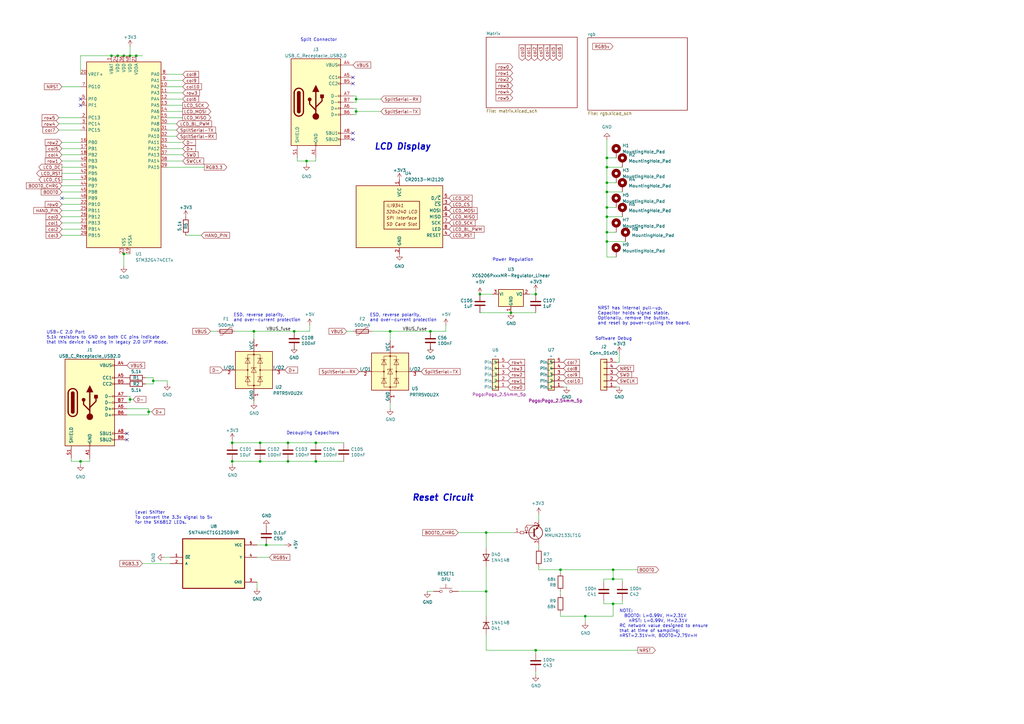
<source format=kicad_sch>
(kicad_sch (version 20231120) (generator "eeschema") (generator_version "8.0")
  (paper "A3")
  (junction (at 95.25 181.61))
  (junction (at 248.92 74.93))
  (junction (at 125.73 66.04))
  (junction (at 240.03 252.73))
  (junction (at 146.05 40.64))
  (junction (at 53.34 22.86))
  (junction (at 62.865 156.21))
  (junction (at 109.22 223.52))
  (junction (at 50.8 22.86))
  (junction (at 48.26 22.86))
  (junction (at 60.96 168.91))
  (junction (at 53.34 163.83))
  (junction (at 45.72 22.86))
  (junction (at 248.92 95.25))
  (junction (at 129.54 181.61))
  (junction (at 104.14 135.89))
  (junction (at 95.25 189.23))
  (junction (at 160.02 135.89))
  (junction (at 106.68 181.61))
  (junction (at 248.92 78.74))
  (junction (at 248.92 64.77))
  (junction (at 251.46 247.65))
  (junction (at 106.68 189.23))
  (junction (at 248.92 88.9))
  (junction (at 199.39 242.57))
  (junction (at 248.92 85.09))
  (junction (at 199.39 218.44))
  (junction (at 118.11 181.61))
  (junction (at 251.46 237.49))
  (junction (at 209.55 128.27) (diameter 0.9144))
  (junction (at 219.71 266.7))
  (junction (at 50.8 104.14))
  (junction (at 118.11 189.23))
  (junction (at 120.65 135.89))
  (junction (at 129.54 189.23))
  (junction (at 176.53 135.89))
  (junction (at 219.71 120.65))
  (junction (at 248.92 99.06))
  (junction (at 229.87 233.68))
  (junction (at 33.02 189.23))
  (junction (at 251.46 233.68))
  (junction (at 55.88 22.86))
  (junction (at 248.92 68.58))
  (junction (at 196.85 120.65))
  (junction (at 146.05 45.72))
  (no_connect (at 52.07 177.8))
  (no_connect (at 144.78 57.15))
  (no_connect (at 52.07 180.34))
  (no_connect (at 144.78 31.75))
  (no_connect (at 144.78 34.29))
  (no_connect (at 25.4 81.28))
  (no_connect (at 33.02 40.64))
  (no_connect (at 144.78 54.61))
  (no_connect (at 33.02 43.18))
  (wire (pts (xy 25.4 86.36) (xy 33.02 86.36)))
  (wire (pts (xy 248.92 88.9) (xy 248.92 85.09)))
  (wire (pts (xy 199.39 218.44) (xy 210.82 218.44)))
  (wire (pts (xy 247.65 238.76) (xy 247.65 237.49)))
  (wire (pts (xy 199.39 232.41) (xy 199.39 242.57)))
  (wire (pts (xy 160.02 165.1) (xy 160.02 167.64)))
  (wire (pts (xy 68.58 35.56) (xy 74.93 35.56)))
  (wire (pts (xy 120.65 135.89) (xy 127 135.89)))
  (wire (pts (xy 248.92 95.25) (xy 248.92 88.9)))
  (wire (pts (xy 146.05 39.37) (xy 146.05 40.64)))
  (wire (pts (xy 50.8 104.14) (xy 53.34 104.14)))
  (wire (pts (xy 125.73 67.31) (xy 125.73 66.04)))
  (wire (pts (xy 95.25 180.34) (xy 95.25 181.61)))
  (wire (pts (xy 25.4 66.04) (xy 33.02 66.04)))
  (wire (pts (xy 219.71 267.97) (xy 219.71 266.7)))
  (wire (pts (xy 248.92 57.15) (xy 248.92 64.77)))
  (wire (pts (xy 25.4 68.58) (xy 33.02 68.58)))
  (wire (pts (xy 127 133.35) (xy 127 135.89)))
  (wire (pts (xy 118.11 181.61) (xy 106.68 181.61)))
  (wire (pts (xy 53.34 162.56) (xy 53.34 163.83)))
  (wire (pts (xy 68.58 156.21) (xy 68.58 157.48)))
  (wire (pts (xy 142.24 135.89) (xy 144.78 135.89)))
  (wire (pts (xy 240.03 252.73) (xy 251.46 252.73)))
  (wire (pts (xy 33.02 22.86) (xy 45.72 22.86)))
  (wire (pts (xy 248.92 74.93) (xy 248.92 68.58)))
  (wire (pts (xy 48.26 22.86) (xy 50.8 22.86)))
  (wire (pts (xy 105.41 241.3) (xy 105.41 238.76)))
  (wire (pts (xy 248.92 78.74) (xy 248.92 74.93)))
  (wire (pts (xy 220.98 213.36) (xy 220.98 210.82)))
  (wire (pts (xy 25.4 58.42) (xy 33.02 58.42)))
  (wire (pts (xy 60.96 170.18) (xy 60.96 168.91)))
  (wire (pts (xy 52.07 167.64) (xy 60.96 167.64)))
  (wire (pts (xy 58.42 231.14) (xy 69.85 231.14)))
  (wire (pts (xy 199.39 266.7) (xy 219.71 266.7)))
  (wire (pts (xy 50.8 109.22) (xy 50.8 104.14)))
  (wire (pts (xy 104.14 165.1) (xy 104.14 164.465)))
  (wire (pts (xy 106.68 181.61) (xy 95.25 181.61)))
  (wire (pts (xy 24.13 50.8) (xy 33.02 50.8)))
  (wire (pts (xy 118.11 189.23) (xy 129.54 189.23)))
  (wire (pts (xy 146.05 45.72) (xy 156.21 45.72)))
  (wire (pts (xy 254 144.78) (xy 254 148.59)))
  (wire (pts (xy 45.72 22.86) (xy 48.26 22.86)))
  (wire (pts (xy 247.65 247.65) (xy 247.65 246.38)))
  (wire (pts (xy 95.25 190.5) (xy 95.25 189.23)))
  (wire (pts (xy 160.02 135.89) (xy 176.53 135.89)))
  (wire (pts (xy 68.58 68.58) (xy 83.82 68.58)))
  (wire (pts (xy 53.34 22.86) (xy 55.88 22.86)))
  (wire (pts (xy 62.865 157.48) (xy 62.865 156.21)))
  (wire (pts (xy 248.92 99.06) (xy 248.92 105.41)))
  (wire (pts (xy 248.92 105.41) (xy 252.73 105.41)))
  (wire (pts (xy 144.78 39.37) (xy 146.05 39.37)))
  (wire (pts (xy 24.13 53.34) (xy 33.02 53.34)))
  (wire (pts (xy 50.8 22.86) (xy 53.34 22.86)))
  (wire (pts (xy 247.65 247.65) (xy 251.46 247.65)))
  (wire (pts (xy 25.4 88.9) (xy 33.02 88.9)))
  (wire (pts (xy 121.92 66.04) (xy 125.73 66.04)))
  (wire (pts (xy 229.87 252.73) (xy 240.03 252.73)))
  (wire (pts (xy 25.4 71.12) (xy 33.02 71.12)))
  (wire (pts (xy 68.58 50.8) (xy 72.39 50.8)))
  (wire (pts (xy 68.58 58.42) (xy 74.93 58.42)))
  (wire (pts (xy 219.71 266.7) (xy 261.62 266.7)))
  (wire (pts (xy 68.58 45.72) (xy 74.93 45.72)))
  (wire (pts (xy 209.55 128.27) (xy 219.71 128.27)))
  (wire (pts (xy 240.03 255.27) (xy 240.03 252.73)))
  (wire (pts (xy 160.02 135.89) (xy 160.02 139.7)))
  (wire (pts (xy 67.31 228.6) (xy 69.85 228.6)))
  (wire (pts (xy 25.4 76.2) (xy 33.02 76.2)))
  (wire (pts (xy 248.92 78.74) (xy 255.27 78.74)))
  (wire (pts (xy 187.96 218.44) (xy 199.39 218.44)))
  (wire (pts (xy 62.865 156.21) (xy 68.58 156.21)))
  (wire (pts (xy 219.71 119.38) (xy 219.71 120.65)))
  (wire (pts (xy 68.58 60.96) (xy 74.93 60.96)))
  (wire (pts (xy 146.05 40.64) (xy 156.21 40.64)))
  (wire (pts (xy 116.84 223.52) (xy 109.22 223.52)))
  (wire (pts (xy 251.46 237.49) (xy 255.27 237.49)))
  (wire (pts (xy 220.98 232.41) (xy 220.98 233.68)))
  (wire (pts (xy 182.88 133.35) (xy 182.88 135.89)))
  (wire (pts (xy 129.54 181.61) (xy 140.97 181.61)))
  (wire (pts (xy 248.92 95.25) (xy 248.92 99.06)))
  (wire (pts (xy 68.58 33.02) (xy 74.93 33.02)))
  (wire (pts (xy 254 148.59) (xy 252.73 148.59)))
  (wire (pts (xy 199.39 242.57) (xy 199.39 252.73)))
  (wire (pts (xy 144.78 44.45) (xy 146.05 44.45)))
  (wire (pts (xy 25.4 91.44) (xy 33.02 91.44)))
  (wire (pts (xy 52.07 170.18) (xy 60.96 170.18)))
  (wire (pts (xy 25.4 35.56) (xy 33.02 35.56)))
  (wire (pts (xy 255.27 247.65) (xy 255.27 246.38)))
  (wire (pts (xy 220.98 224.79) (xy 220.98 223.52)))
  (wire (pts (xy 251.46 237.49) (xy 251.46 233.68)))
  (wire (pts (xy 251.46 233.68) (xy 261.62 233.68)))
  (wire (pts (xy 229.87 242.57) (xy 229.87 243.84)))
  (wire (pts (xy 53.34 163.83) (xy 53.34 165.1)))
  (wire (pts (xy 199.39 260.35) (xy 199.39 266.7)))
  (wire (pts (xy 109.22 223.52) (xy 105.41 223.52)))
  (wire (pts (xy 146.05 41.91) (xy 146.05 40.64)))
  (wire (pts (xy 68.58 40.64) (xy 74.93 40.64)))
  (wire (pts (xy 53.34 19.05) (xy 53.34 22.86)))
  (wire (pts (xy 256.54 99.06) (xy 248.92 99.06)))
  (wire (pts (xy 196.85 120.65) (xy 201.93 120.65)))
  (wire (pts (xy 68.58 66.04) (xy 74.93 66.04)))
  (wire (pts (xy 217.17 120.65) (xy 219.71 120.65)))
  (wire (pts (xy 86.36 135.89) (xy 88.9 135.89)))
  (wire (pts (xy 118.11 189.23) (xy 106.68 189.23)))
  (wire (pts (xy 55.88 22.86) (xy 58.42 22.86)))
  (wire (pts (xy 52.07 165.1) (xy 53.34 165.1)))
  (wire (pts (xy 247.65 237.49) (xy 251.46 237.49)))
  (wire (pts (xy 121.92 64.77) (xy 121.92 66.04)))
  (wire (pts (xy 176.53 142.24) (xy 176.53 143.51)))
  (wire (pts (xy 106.68 189.23) (xy 95.25 189.23)))
  (wire (pts (xy 25.4 83.82) (xy 33.02 83.82)))
  (wire (pts (xy 36.83 189.23) (xy 36.83 187.96)))
  (wire (pts (xy 60.96 167.64) (xy 60.96 168.91)))
  (wire (pts (xy 252.73 158.75) (xy 254 158.75)))
  (wire (pts (xy 248.92 88.9) (xy 255.27 88.9)))
  (wire (pts (xy 76.2 96.52) (xy 82.55 96.52)))
  (wire (pts (xy 29.21 189.23) (xy 33.02 189.23)))
  (wire (pts (xy 104.14 135.89) (xy 120.65 135.89)))
  (wire (pts (xy 146.05 46.99) (xy 146.05 45.72)))
  (wire (pts (xy 199.39 224.79) (xy 199.39 218.44)))
  (wire (pts (xy 255.27 237.49) (xy 255.27 238.76)))
  (wire (pts (xy 229.87 251.46) (xy 229.87 252.73)))
  (wire (pts (xy 248.92 64.77) (xy 252.73 64.77)))
  (wire (pts (xy 118.11 181.61) (xy 129.54 181.61)))
  (wire (pts (xy 105.41 228.6) (xy 110.49 228.6)))
  (wire (pts (xy 53.34 163.83) (xy 54.61 163.83)))
  (wire (pts (xy 25.4 78.74) (xy 33.02 78.74)))
  (wire (pts (xy 60.96 168.91) (xy 62.23 168.91)))
  (wire (pts (xy 152.4 135.89) (xy 160.02 135.89)))
  (wire (pts (xy 146.05 44.45) (xy 146.05 45.72)))
  (wire (pts (xy 24.13 48.26) (xy 33.02 48.26)))
  (wire (pts (xy 220.98 233.68) (xy 229.87 233.68)))
  (wire (pts (xy 209.55 128.27) (xy 196.85 128.27)))
  (wire (pts (xy 72.39 55.88) (xy 68.58 55.88)))
  (wire (pts (xy 144.78 41.91) (xy 146.05 41.91)))
  (wire (pts (xy 231.14 158.75) (xy 232.41 158.75)))
  (wire (pts (xy 52.07 162.56) (xy 53.34 162.56)))
  (wire (pts (xy 120.65 142.24) (xy 120.65 143.51)))
  (wire (pts (xy 33.02 189.23) (xy 36.83 189.23)))
  (wire (pts (xy 251.46 247.65) (xy 255.27 247.65)))
  (wire (pts (xy 72.39 53.34) (xy 68.58 53.34)))
  (wire (pts (xy 248.92 68.58) (xy 255.27 68.58)))
  (wire (pts (xy 68.58 48.26) (xy 74.93 48.26)))
  (wire (pts (xy 33.02 30.48) (xy 33.02 22.86)))
  (wire (pts (xy 187.96 242.57) (xy 199.39 242.57)))
  (wire (pts (xy 68.58 43.18) (xy 74.93 43.18)))
  (wire (pts (xy 25.4 93.98) (xy 33.02 93.98)))
  (wire (pts (xy 33.02 190.5) (xy 33.02 189.23)))
  (wire (pts (xy 68.58 38.1) (xy 74.93 38.1)))
  (wire (pts (xy 229.87 233.68) (xy 251.46 233.68)))
  (wire (pts (xy 129.54 66.04) (xy 129.54 64.77)))
  (wire (pts (xy 59.69 157.48) (xy 62.865 157.48)))
  (wire (pts (xy 25.4 81.28) (xy 33.02 81.28)))
  (wire (pts (xy 252.73 95.25) (xy 248.92 95.25)))
  (wire (pts (xy 129.54 189.23) (xy 140.97 189.23)))
  (wire (pts (xy 229.87 234.95) (xy 229.87 233.68)))
  (wire (pts (xy 176.53 135.89) (xy 182.88 135.89)))
  (wire (pts (xy 29.21 187.96) (xy 29.21 189.23)))
  (wire (pts (xy 219.71 275.59) (xy 219.71 276.86)))
  (wire (pts (xy 177.8 242.57) (xy 175.26 242.57)))
  (wire (pts (xy 248.92 74.93) (xy 252.73 74.93)))
  (wire (pts (xy 125.73 66.04) (xy 129.54 66.04)))
  (wire (pts (xy 59.69 154.94) (xy 62.865 154.94)))
  (wire (pts (xy 68.58 30.48) (xy 74.93 30.48)))
  (wire (pts (xy 248.92 85.09) (xy 248.92 78.74)))
  (wire (pts (xy 248.92 68.58) (xy 248.92 64.77)))
  (wire (pts (xy 25.4 60.96) (xy 33.02 60.96)))
  (wire (pts (xy 251.46 247.65) (xy 251.46 252.73)))
  (wire (pts (xy 104.14 135.89) (xy 104.14 139.065)))
  (wire (pts (xy 96.52 135.89) (xy 104.14 135.89)))
  (wire (pts (xy 25.4 73.66) (xy 33.02 73.66)))
  (wire (pts (xy 25.4 96.52) (xy 33.02 96.52)))
  (wire (pts (xy 62.865 156.21) (xy 62.865 154.94)))
  (wire (pts (xy 68.58 63.5) (xy 74.93 63.5)))
  (wire (pts (xy 144.78 46.99) (xy 146.05 46.99)))
  (wire (pts (xy 248.92 85.09) (xy 252.73 85.09)))
  (wire (pts (xy 25.4 63.5) (xy 33.02 63.5)))
  (text "Decoupling Capacitors" (at 117.475 178.435 0) (effects (font (size 1.27 1.27)) (justify left bottom)))
  (text "NOTE:\n  BOOT0: L=0.99V, H=2.31V\n    nRST: L=0.99V, H=2.31V\nRC network value designed to ensure\nthat at time of sampling:\nnRST=2.31V=H, BOOT0=2.75V=H" (at 254 261.62 0) (effects (font (size 1.27 1.27)) (justify left bottom)))
  (text "Power Regulation" (at 201.93 107.315 0) (effects (font (size 1.27 1.27)) (justify left bottom)))
  (text "Reset Circuit" (at 168.91 205.74 0) (effects (font (size 2.54 2.54) (thickness 0.508) (bold yes) (italic yes)) (justify left bottom)))
  (text "USB-C 2.0 Port\n5.1k resistors to GND on both CC pins indicate\nthat this device is acting in legacy 2.0 UFP mode." (at 19.05 141.224 0) (effects (font (size 1.27 1.27)) (justify left bottom)))
  (text "ESD, reverse polarity,\nand over-current protection" (at 95.758 132.08 0) (effects (font (size 1.27 1.27)) (justify left bottom)))
  (text "Split Connector" (at 123.19 17.145 0) (effects (font (size 1.27 1.27)) (justify left bottom)))
  (text "Software Debug" (at 244.094 139.7 0) (effects (font (size 1.27 1.27)) (justify left bottom)))
  (text "NRST has internal pull-up.\nCapacitor holds signal stable.\nOptionally, remove the button,\nand reset by power-cycling the board." (at 245.11 133.35 0) (effects (font (size 1.27 1.27)) (justify left bottom)))
  (text "ESD, reverse polarity,\nand over-current protection" (at 151.638 132.08 0) (effects (font (size 1.27 1.27)) (justify left bottom)))
  (text "LCD Display" (at 153.416 61.722 0) (effects (font (size 2.54 2.54) (thickness 0.508) (bold yes) (italic yes)) (justify left bottom)))
  (text "Level Shifter\nTo convert the 3.3v signal to 5v\nfor the SK6812 LEDs." (at 55.372 215.138 0) (effects (font (size 1.27 1.27)) (justify left bottom)))
  (label "VBUS_fuse" (at 165.1 135.89 0))
  (label "VBUS_fuse" (at 109.22 135.89 0))
  (global_label "RGB3.3" (shape input) (at 58.42 231.14 180) (property "Intersheetrefs" "${INTERSHEET_REFS}" (effects (hide yes))))
  (global_label "SplitSerial-TX" (shape input) (at 72.39 53.34 0) (property "Intersheetrefs" "${INTERSHEET_REFS}" (effects (hide yes))))
  (global_label "col8" (shape input) (at 74.93 30.48 0) (property "Intersheetrefs" "${INTERSHEET_REFS}" (effects (hide yes))))
  (global_label "BOOT0" (shape output) (at 261.62 233.68 0) (property "Intersheetrefs" "${INTERSHEET_REFS}" (effects (hide yes))))
  (global_label "LCD_MISO" (shape input) (at 184.15 88.9 0) (property "Intersheetrefs" "${INTERSHEET_REFS}" (effects (hide yes))))
  (global_label "SWCLK" (shape input) (at 74.93 66.04 0) (property "Intersheetrefs" "${INTERSHEET_REFS}" (effects (hide yes))))
  (global_label "VBUS" (shape input) (at 144.78 26.67 0) (property "Intersheetrefs" "${INTERSHEET_REFS}" (effects (hide yes))))
  (global_label "LCD_RST" (shape output) (at 25.4 71.12 180) (property "Intersheetrefs" "${INTERSHEET_REFS}" (effects (hide yes))))
  (global_label "row1" (shape input) (at 210.312 29.972 180) (property "Intersheetrefs" "${INTERSHEET_REFS}" (effects (hide yes))))
  (global_label "LCD_BL_PWM" (shape input) (at 184.15 93.98 0) (property "Intersheetrefs" "${INTERSHEET_REFS}" (effects (hide yes))))
  (global_label "col0" (shape input) (at 25.4 88.9 180) (property "Intersheetrefs" "${INTERSHEET_REFS}" (effects (hide yes))))
  (global_label "BOOT0_CHRG" (shape input) (at 25.4 76.2 180) (property "Intersheetrefs" "${INTERSHEET_REFS}" (effects (hide yes))))
  (global_label "row2" (shape input) (at 210.312 32.512 180) (property "Intersheetrefs" "${INTERSHEET_REFS}" (effects (hide yes))))
  (global_label "col6" (shape input) (at 74.93 40.64 0) (property "Intersheetrefs" "${INTERSHEET_REFS}" (effects (hide yes))))
  (global_label "RGB5v" (shape input) (at 110.49 228.6 0) (property "Intersheetrefs" "${INTERSHEET_REFS}" (effects (hide yes))))
  (global_label "row0" (shape input) (at 208.28 158.75 0) (property "Intersheetrefs" "${INTERSHEET_REFS}" (effects (hide yes))))
  (global_label "SWCLK" (shape input) (at 252.73 156.21 0) (property "Intersheetrefs" "${INTERSHEET_REFS}" (effects (hide yes))))
  (global_label "col4" (shape input) (at 25.4 63.5 180) (property "Intersheetrefs" "${INTERSHEET_REFS}" (effects (hide yes))))
  (global_label "row3" (shape input) (at 74.93 38.1 0) (property "Intersheetrefs" "${INTERSHEET_REFS}" (effects (hide yes))))
  (global_label "LCD_MOSI" (shape output) (at 74.93 45.72 0) (property "Intersheetrefs" "${INTERSHEET_REFS}" (effects (hide yes))))
  (global_label "col10" (shape input) (at 231.14 156.21 0) (property "Intersheetrefs" "${INTERSHEET_REFS}" (effects (hide yes))))
  (global_label "col2" (shape input) (at 25.4 93.98 180) (property "Intersheetrefs" "${INTERSHEET_REFS}" (effects (hide yes))))
  (global_label "row3" (shape input) (at 208.28 151.13 0) (property "Intersheetrefs" "${INTERSHEET_REFS}" (effects (hide yes))))
  (global_label "row1" (shape input) (at 208.28 156.21 0) (property "Intersheetrefs" "${INTERSHEET_REFS}" (effects (hide yes))))
  (global_label "VBUS" (shape input) (at 52.07 149.86 0) (property "Intersheetrefs" "${INTERSHEET_REFS}" (effects (hide yes))))
  (global_label "LCD_CS" (shape input) (at 184.15 83.82 0) (property "Intersheetrefs" "${INTERSHEET_REFS}" (effects (hide yes))))
  (global_label "col8" (shape input) (at 231.14 151.13 0) (property "Intersheetrefs" "${INTERSHEET_REFS}" (effects (hide yes))))
  (global_label "col6" (shape input) (at 229.362 24.892 90) (property "Intersheetrefs" "${INTERSHEET_REFS}" (effects (hide yes))))
  (global_label "row0" (shape input) (at 25.4 83.82 180) (property "Intersheetrefs" "${INTERSHEET_REFS}" (effects (hide yes))))
  (global_label "col7" (shape input) (at 231.14 148.59 0) (property "Intersheetrefs" "${INTERSHEET_REFS}" (effects (hide yes))))
  (global_label "LCD_BL_PWM" (shape input) (at 72.39 50.8 0) (property "Intersheetrefs" "${INTERSHEET_REFS}" (effects (hide yes))))
  (global_label "row1" (shape input) (at 25.4 66.04 180) (property "Intersheetrefs" "${INTERSHEET_REFS}" (effects (hide yes))))
  (global_label "D-" (shape input) (at 74.93 58.42 0) (property "Intersheetrefs" "${INTERSHEET_REFS}" (effects (hide yes))))
  (global_label "HAND_PIN" (shape input) (at 25.4 86.36 180) (property "Intersheetrefs" "${INTERSHEET_REFS}" (effects (hide yes))))
  (global_label "SplitSerial-TX" (shape input) (at 172.72 152.4 0) (property "Intersheetrefs" "${INTERSHEET_REFS}" (effects (hide yes))))
  (global_label "BOOT0_CHRG" (shape input) (at 187.96 218.44 180) (property "Intersheetrefs" "${INTERSHEET_REFS}" (effects (hide yes))))
  (global_label "SplitSerial-RX" (shape input) (at 156.21 40.64 0) (property "Intersheetrefs" "${INTERSHEET_REFS}" (effects (hide yes))))
  (global_label "LCD_DC" (shape output) (at 25.4 68.58 180) (property "Intersheetrefs" "${INTERSHEET_REFS}" (effects (hide yes))))
  (global_label "col5" (shape input) (at 226.822 24.892 90) (property "Intersheetrefs" "${INTERSHEET_REFS}" (effects (hide yes))))
  (global_label "row4" (shape input) (at 210.312 37.592 180) (property "Intersheetrefs" "${INTERSHEET_REFS}" (effects (hide yes))))
  (global_label "col1" (shape input) (at 25.4 91.44 180) (property "Intersheetrefs" "${INTERSHEET_REFS}" (effects (hide yes))))
  (global_label "row2" (shape input) (at 208.28 153.67 0) (property "Intersheetrefs" "${INTERSHEET_REFS}" (effects (hide yes))))
  (global_label "row5" (shape input) (at 24.13 48.26 180) (property "Intersheetrefs" "${INTERSHEET_REFS}" (effects (hide yes))))
  (global_label "SWD" (shape input) (at 252.73 153.67 0) (property "Intersheetrefs" "${INTERSHEET_REFS}" (effects (hide yes))))
  (global_label "RGB5v" (shape input) (at 251.46 19.05 180) (property "Intersheetrefs" "${INTERSHEET_REFS}" (effects (hide yes))))
  (global_label "NRST" (shape output) (at 261.62 266.7 0) (property "Intersheetrefs" "${INTERSHEET_REFS}" (effects (hide yes))))
  (global_label "RGB3.3" (shape output) (at 83.82 68.58 0) (property "Intersheetrefs" "${INTERSHEET_REFS}" (effects (hide yes))))
  (global_label "col5" (shape input) (at 25.4 60.96 180) (property "Intersheetrefs" "${INTERSHEET_REFS}" (effects (hide yes))))
  (global_label "NRST" (shape input) (at 252.73 151.13 0) (property "Intersheetrefs" "${INTERSHEET_REFS}" (effects (hide yes))))
  (global_label "col9" (shape input) (at 231.14 153.67 0) (property "Intersheetrefs" "${INTERSHEET_REFS}" (effects (hide yes))))
  (global_label "D-" (shape input) (at 54.61 163.83 0) (property "Intersheetrefs" "${INTERSHEET_REFS}" (effects (hide yes))))
  (global_label "VBUS" (shape input) (at 142.24 135.89 180) (property "Intersheetrefs" "${INTERSHEET_REFS}" (effects (hide yes))))
  (global_label "col2" (shape input) (at 219.202 24.892 90) (property "Intersheetrefs" "${INTERSHEET_REFS}" (effects (hide yes))))
  (global_label "row5" (shape input) (at 210.312 40.132 180) (property "Intersheetrefs" "${INTERSHEET_REFS}" (effects (hide yes))))
  (global_label "row3" (shape input) (at 210.312 35.052 180) (property "Intersheetrefs" "${INTERSHEET_REFS}" (effects (hide yes))))
  (global_label "NRST" (shape input) (at 25.4 35.56 180) (property "Intersheetrefs" "${INTERSHEET_REFS}" (effects (hide yes))))
  (global_label "LCD_MOSI" (shape input) (at 184.15 86.36 0) (property "Intersheetrefs" "${INTERSHEET_REFS}" (effects (hide yes))))
  (global_label "LCD_DC" (shape input) (at 184.15 81.28 0) (property "Intersheetrefs" "${INTERSHEET_REFS}" (effects (hide yes))))
  (global_label "row4" (shape input) (at 208.28 148.59 0) (property "Intersheetrefs" "${INTERSHEET_REFS}" (effects (hide yes))))
  (global_label "SplitSerial-RX" (shape input) (at 147.32 152.4 180) (property "Intersheetrefs" "${INTERSHEET_REFS}" (effects (hide yes))))
  (global_label "col3" (shape input) (at 221.742 24.892 90) (property "Intersheetrefs" "${INTERSHEET_REFS}" (effects (hide yes))))
  (global_label "HAND_PIN" (shape input) (at 82.55 96.52 0) (property "Intersheetrefs" "${INTERSHEET_REFS}" (effects (hide yes))))
  (global_label "row2" (shape input) (at 25.4 58.42 180) (property "Intersheetrefs" "${INTERSHEET_REFS}" (effects (hide yes))))
  (global_label "LCD_CS" (shape output) (at 25.4 73.66 180) (property "Intersheetrefs" "${INTERSHEET_REFS}" (effects (hide yes))))
  (global_label "col1" (shape input) (at 216.662 24.892 90) (property "Intersheetrefs" "${INTERSHEET_REFS}" (effects (hide yes))))
  (global_label "D+" (shape input) (at 74.93 60.96 0) (property "Intersheetrefs" "${INTERSHEET_REFS}" (effects (hide yes))))
  (global_label "D+" (shape input) (at 62.23 168.91 0) (property "Intersheetrefs" "${INTERSHEET_REFS}" (effects (hide yes))))
  (global_label "col4" (shape input) (at 224.282 24.892 90) (property "Intersheetrefs" "${INTERSHEET_REFS}" (effects (hide yes))))
  (global_label "col9" (shape input) (at 74.93 33.02 0) (property "Intersheetrefs" "${INTERSHEET_REFS}" (effects (hide yes))))
  (global_label "LCD_SCK" (shape output) (at 74.93 43.18 0) (property "Intersheetrefs" "${INTERSHEET_REFS}" (effects (hide yes))))
  (global_label "col0" (shape input) (at 214.122 24.892 90) (property "Intersheetrefs" "${INTERSHEET_REFS}" (effects (hide yes))))
  (global_label "D+" (shape input) (at 116.84 151.765 0) (property "Intersheetrefs" "${INTERSHEET_REFS}" (effects (hide yes))))
  (global_label "D-" (shape input) (at 91.44 151.765 180) (property "Intersheetrefs" "${INTERSHEET_REFS}" (effects (hide yes))))
  (global_label "LCD_MISO" (shape output) (at 74.93 48.26 0) (property "Intersheetrefs" "${INTERSHEET_REFS}" (effects (hide yes))))
  (global_label "BOOT0" (shape input) (at 25.4 78.74 180) (property "Intersheetrefs" "${INTERSHEET_REFS}" (effects (hide yes))))
  (global_label "row4" (shape input) (at 24.13 50.8 180) (property "Intersheetrefs" "${INTERSHEET_REFS}" (effects (hide yes))))
  (global_label "SplitSerial-TX" (shape input) (at 156.21 45.72 0) (property "Intersheetrefs" "${INTERSHEET_REFS}" (effects (hide yes))))
  (global_label "LCD_SCK" (shape input) (at 184.15 91.44 0) (property "Intersheetrefs" "${INTERSHEET_REFS}" (effects (hide yes))))
  (global_label "col3" (shape input) (at 25.4 96.52 180) (property "Intersheetrefs" "${INTERSHEET_REFS}" (effects (hide yes))))
  (global_label "col7" (shape input) (at 24.13 53.34 180) (property "Intersheetrefs" "${INTERSHEET_REFS}" (effects (hide yes))))
  (global_label "col10" (shape input) (at 74.93 35.56 0) (property "Intersheetrefs" "${INTERSHEET_REFS}" (effects (hide yes))))
  (global_label "row0" (shape input) (at 210.312 27.432 180) (property "Intersheetrefs" "${INTERSHEET_REFS}" (effects (hide yes))))
  (global_label "LCD_RST" (shape input) (at 184.15 96.52 0) (property "Intersheetrefs" "${INTERSHEET_REFS}" (effects (hide yes))))
  (global_label "SplitSerial-RX" (shape input) (at 72.39 55.88 0) (property "Intersheetrefs" "${INTERSHEET_REFS}" (effects (hide yes))))
  (global_label "SWD" (shape input) (at 74.93 63.5 0) (property "Intersheetrefs" "${INTERSHEET_REFS}" (effects (hide yes))))
  (global_label "VBUS" (shape input) (at 86.36 135.89 180) (property "Intersheetrefs" "${INTERSHEET_REFS}" (effects (hide yes))))
  (symbol (lib_id "power:GND") (at 105.41 241.3 0) (unit 1)
    (property "Reference" "#PWR069" (effects (hide yes)))
    (property "Value" "GND" (at 105.537 245.6942 0))
  )
  (symbol (lib_id "power:GND") (at 209.55 128.27 0) (unit 1)
    (property "Reference" "#PWR015" (effects (hide yes)))
    (property "Value" "GND" (at 209.677 132.6642 0))
  )
  (symbol (lib_id "power:+5V") (at 196.85 120.65 0) (unit 1)
    (property "Reference" "#PWR013" (effects (hide yes)))
    (property "Value" "+5V" (at 196.85 115.57 0))
  )
  (symbol (lib_id "Device:C") (at 219.71 124.46 0) (unit 1)
    (property "Reference" "C107" (at 222.631 123.2916 0) (effects (justify left)))
    (property "Value" "1uF" (at 222.631 125.603 0) (effects (justify left)))
    (property "Footprint" "Capacitor_SMD:C_0402_1005Metric" (effects (hide yes)))
    (property "LCSC" "C307331" (effects (hide yes)))
  )
  (symbol (lib_id "power:GND") (at 176.53 142.24 0) (unit 1)
    (property "Reference" "#PWR062" (effects (hide yes)))
    (property "Value" "GND" (at 176.53 146.685 0))
  )
  (symbol (lib_name "+5V_1") (lib_id "power:+5V") (at 116.84 223.52 270) (mirror x) (unit 1)
    (property "Reference" "#PWR06" (effects (hide yes)))
    (property "Value" "+5V" (at 121.285 223.52 0))
  )
  (symbol (lib_id "power:GND") (at 120.65 142.24 0) (unit 1)
    (property "Reference" "#PWR010" (effects (hide yes)))
    (property "Value" "GND" (at 120.65 146.685 0))
  )
  (symbol (lib_id "Device:C") (at 120.65 139.7 0) (unit 1)
    (property "Reference" "C108" (at 123.571 138.5316 0) (effects (justify left)))
    (property "Value" "100nF" (at 123.571 140.843 0) (effects (justify left)))
    (property "Footprint" "Capacitor_SMD:C_0402_1005Metric" (effects (hide yes)))
    (property "LCSC" "C307331" (effects (hide yes)))
  )
  (symbol (lib_id "Driver_Display:CR2013-MI2120") (at 163.83 88.9 0) (unit 1)
    (property "Reference" "U4" (at 166.0241 71.12 0) (effects (justify left)))
    (property "Value" "CR2013-MI2120" (at 166.0241 73.66 0) (effects (justify left)))
    (property "Footprint" "Display:CR2013-MI2120" (effects (hide yes)))
    (property "Datasheet" "http://pan.baidu.com/s/11Y990" (effects (hide yes)))
    (property "Description" "ILI9341 controller, SPI TFT LCD Display, 9-pin breakout PCB, 4-pin SD card interface, 5V/3.3V" (effects (hide yes)))
  )
  (symbol (lib_id "Mechanical:MountingHole_Pad") (at 252.73 102.87 0) (unit 1) (exclude_from_sim yes) (in_bom no)
    (property "Reference" "H9" (at 255.27 100.3299 0) (effects (justify left)))
    (property "Value" "MountingHole_Pad" (at 255.27 102.8699 0) (effects (justify left)))
    (property "Footprint" "MountingHole:MountingHole_3.2mm_M3_DIN965_Pad" (effects (hide yes)))
    (property "Description" "Mounting Hole with connection" (effects (hide yes)))
  )
  (symbol (lib_id "Device:D") (at 199.39 256.54 90) (mirror x) (unit 1)
    (property "Reference" "D41" (at 201.422 257.7084 90) (effects (justify right)))
    (property "Value" "1N4148" (at 201.422 255.397 90) (effects (justify right)))
    (property "Footprint" "Diode_SMD:D_SOD-123" (effects (hide yes)))
  )
  (symbol (lib_id "Connector:USB_C_Receptacle_USB2.0") (at 36.83 165.1 0) (unit 1)
    (property "Reference" "J1" (at 36.83 143.51 0))
    (property "Value" "USB_C_Receptacle_USB2.0" (at 36.83 146.05 0))
    (property "Footprint" "PCM_marbastlib-various:USB_C_Receptacle_HRO_TYPE-C-31-M-14" (effects (hide yes)))
    (property "Datasheet" "https://www.usb.org/sites/default/files/documents/usb_type-c.zip" (effects (hide yes)))
    (property "JlcRotOffset" "180" (effects (hide yes)))
    (property "JlcPosOffset" "0,1.5" (effects (hide yes)))
  )
  (symbol (lib_id "Device:C") (at 140.97 185.42 0) (unit 1)
    (property "Reference" "C105" (at 143.891 184.2516 0) (effects (justify left)))
    (property "Value" "100nF" (at 143.891 186.563 0) (effects (justify left)))
    (property "Footprint" "Capacitor_SMD:C_0402_1005Metric" (effects (hide yes)))
    (property "LCSC" "C307331" (effects (hide yes)))
  )
  (symbol (lib_id "Mechanical:MountingHole_Pad") (at 256.54 96.52 0) (unit 1) (exclude_from_sim yes) (in_bom no)
    (property "Reference" "H8" (at 259.08 93.9799 0) (effects (justify left)))
    (property "Value" "MountingHole_Pad" (at 259.08 96.5199 0) (effects (justify left)))
    (property "Footprint" "MountingHole:MountingHole_3.2mm_M3_DIN965_Pad" (effects (hide yes)))
    (property "Description" "Mounting Hole with connection" (effects (hide yes)))
  )
  (symbol (lib_id "Device:C") (at 196.85 124.46 0) (mirror y) (unit 1)
    (property "Reference" "C106" (at 193.929 123.2916 0) (effects (justify left)))
    (property "Value" "1uF" (at 193.929 125.603 0) (effects (justify left)))
    (property "Footprint" "Capacitor_SMD:C_0402_1005Metric" (effects (hide yes)))
    (property "LCSC" "C307331" (effects (hide yes)))
  )
  (symbol (lib_id "Power_Protection:PRTR5V0U2X") (at 104.14 151.765 0) (unit 1)
    (property "Reference" "U2" (at 114.3 158.75 0))
    (property "Value" "PRTR5V0U2X" (at 118.11 161.29 0))
    (property "Footprint" "Package_TO_SOT_SMD:SOT-143" (effects (hide yes)))
    (property "Datasheet" "https://assets.nexperia.com/documents/data-sheet/PRTR5V0U2X.pdf" (effects (hide yes)))
    (property "LCSC" "C2827688" (effects (hide yes)))
    (property "JlcRotOffset" "90" (effects (hide yes)))
  )
  (symbol (lib_id "Device:R") (at 220.98 228.6 0) (unit 1)
    (property "Reference" "R7" (at 222.758 227.4316 0) (effects (justify left)))
    (property "Value" "120" (at 222.758 229.743 0) (effects (justify left)))
    (property "Footprint" "Resistor_SMD:R_0805_2012Metric" (effects (hide yes)))
  )
  (symbol (lib_id "Mechanical:MountingHole_Pad") (at 252.73 72.39 0) (unit 1) (exclude_from_sim yes) (in_bom no)
    (property "Reference" "H3" (at 255.27 69.8499 0) (effects (justify left)))
    (property "Value" "MountingHole_Pad" (at 255.27 72.3899 0) (effects (justify left)))
    (property "Footprint" "MountingHole:MountingHole_3.2mm_M3_DIN965_Pad" (effects (hide yes)))
    (property "Description" "Mounting Hole with connection" (effects (hide yes)))
  )
  (symbol (lib_id "power:+3V3") (at 254 144.78 0) (mirror y) (unit 1)
    (property "Reference" "#PWR065" (effects (hide yes)))
    (property "Value" "+3V3" (at 254 140.97 0))
  )
  (symbol (lib_id "power:GND") (at 50.8 109.22 0) (unit 1)
    (property "Reference" "#PWR060" (effects (hide yes)))
    (property "Value" "GND" (at 50.927 113.6142 0))
  )
  (symbol (lib_id "Mechanical:MountingHole_Pad") (at 255.27 86.36 0) (unit 1) (exclude_from_sim yes) (in_bom no)
    (property "Reference" "H6" (at 257.81 83.8199 0) (effects (justify left)))
    (property "Value" "MountingHole_Pad" (at 257.81 86.3599 0) (effects (justify left)))
    (property "Footprint" "MountingHole:MountingHole_3.2mm_M3_DIN965_Pad" (effects (hide yes)))
    (property "Description" "Mounting Hole with connection" (effects (hide yes)))
  )
  (symbol (lib_id "power:GND") (at 254 158.75 0) (unit 1)
    (property "Reference" "#PWR070" (effects (hide yes)))
    (property "Value" "GND" (at 254 162.814 0))
  )
  (symbol (lib_id "Djinn-rescue:GND-power") (at 219.71 276.86 0) (unit 1)
    (property "Reference" "#PWR083" (effects (hide yes)))
    (property "Value" "GND" (at 219.837 281.2542 0))
  )
  (symbol (lib_id "power:GND") (at 67.31 228.6 270) (unit 1)
    (property "Reference" "#PWR07" (effects (hide yes)))
    (property "Value" "GND" (at 62.9158 228.727 0))
  )
  (symbol (lib_id "Device:C") (at 176.53 139.7 0) (unit 1)
    (property "Reference" "C56" (at 179.451 138.5316 0) (effects (justify left)))
    (property "Value" "100nF" (at 179.451 140.843 0) (effects (justify left)))
    (property "Footprint" "Capacitor_SMD:C_0402_1005Metric" (effects (hide yes)))
    (property "LCSC" "C307331" (effects (hide yes)))
  )
  (symbol (lib_id "Device:Polyfuse") (at 92.71 135.89 90) (unit 1)
    (property "Reference" "F1" (at 92.71 130.81 90))
    (property "Value" "500mA" (at 92.71 133.35 90))
    (property "Footprint" "Fuse:Fuse_1206_3216Metric" (effects (hide yes)))
    (property "LCSC" "C135341" (effects (hide yes)))
  )
  (symbol (lib_id "Djinn-rescue:GND-power") (at 240.03 255.27 0) (unit 1)
    (property "Reference" "#PWR082" (effects (hide yes)))
    (property "Value" "GND" (at 240.157 259.6642 0))
  )
  (symbol (lib_name "+5V_1") (lib_id "power:+5V") (at 127 133.35 0) (unit 1)
    (property "Reference" "#PWR09" (effects (hide yes)))
    (property "Value" "+5V" (at 127 128.905 0))
  )
  (symbol (lib_id "power:+3V3") (at 219.71 119.38 0) (unit 1)
    (property "Reference" "#PWR012" (effects (hide yes)))
    (property "Value" "+3V3" (at 219.71 115.57 0))
  )
  (symbol (lib_id "MCU_ST_STM32G4:STM32G474CETx") (at 50.8 63.5 0) (unit 1)
    (property "Reference" "U1" (at 55.5341 104.14 0) (effects (justify left)))
    (property "Value" "STM32G474CETx" (at 55.5341 106.68 0) (effects (justify left)))
    (property "Footprint" "Package_QFP:LQFP-48_7x7mm_P0.5mm" (effects (hide yes)))
    (property "Datasheet" "https://www.st.com/resource/en/datasheet/stm32g474ce.pdf" (effects (hide yes)))
    (property "Description" "STMicroelectronics Arm Cortex-M4 MCU, 512KB flash, 128KB RAM, 170 MHz, 1.71-3.6V, 38 GPIO, LQFP48" (effects (hide yes)))
  )
  (symbol (lib_id "Djinn-rescue:+3V3-power") (at 220.98 210.82 0) (mirror y) (unit 1)
    (property "Reference" "#PWR066" (effects (hide yes)))
    (property "Value" "+3V3" (at 220.599 206.4258 0))
  )
  (symbol (lib_id "power:+3V3") (at 95.25 180.34 0) (unit 1)
    (property "Reference" "#PWR04" (effects (hide yes)))
    (property "Value" "+3V3" (at 95.25 176.53 0))
  )
  (symbol (lib_id "power:+3V3") (at 53.34 19.05 0) (unit 1)
    (property "Reference" "#PWR01" (effects (hide yes)))
    (property "Value" "+3V3" (at 53.34 15.24 0))
  )
  (symbol (lib_id "Device:C") (at 247.65 242.57 180) (unit 1)
    (property "Reference" "C41" (at 244.729 243.7384 0) (effects (justify left)))
    (property "Value" "100n" (at 244.729 241.427 0) (effects (justify left)))
    (property "Footprint" "Capacitor_SMD:C_0805_2012Metric" (effects (hide yes)))
  )
  (symbol (lib_id "power:GND") (at 104.14 165.1 0) (unit 1)
    (property "Reference" "#PWR014" (effects (hide yes)))
    (property "Value" "GND" (at 104.267 169.4942 0))
  )
  (symbol (lib_id "Device:R") (at 229.87 247.65 0) (mirror y) (unit 1)
    (property "Reference" "R9" (at 228.092 246.4816 0) (effects (justify left)))
    (property "Value" "68k" (at 228.092 248.793 0) (effects (justify left)))
    (property "Footprint" "Resistor_SMD:R_0805_2012Metric" (effects (hide yes)))
  )
  (symbol (lib_id "Device:D") (at 199.39 228.6 90) (unit 1)
    (property "Reference" "D40" (at 201.422 227.4316 90) (effects (justify right)))
    (property "Value" "1N4148" (at 201.422 229.743 90) (effects (justify right)))
    (property "Footprint" "Diode_SMD:D_SOD-123" (effects (hide yes)))
  )
  (symbol (lib_id "Device:C") (at 109.22 219.71 0) (mirror x) (unit 1)
    (property "Reference" "C55" (at 112.141 220.8784 0) (effects (justify left)))
    (property "Value" "0.1uF" (at 112.141 218.567 0) (effects (justify left)))
    (property "Footprint" "Capacitor_SMD:C_0402_1005Metric" (effects (hide yes)))
    (property "LCSC" "C307331" (effects (hide yes)))
  )
  (symbol (lib_id "Mechanical:MountingHole_Pad") (at 255.27 66.04 0) (unit 1) (exclude_from_sim yes) (in_bom no)
    (property "Reference" "H2" (at 257.81 63.4999 0) (effects (justify left)))
    (property "Value" "MountingHole_Pad" (at 257.81 66.0399 0) (effects (justify left)))
    (property "Footprint" "MountingHole:MountingHole_3.2mm_M3_DIN965_Pad" (effects (hide yes)))
    (property "Description" "Mounting Hole with connection" (effects (hide yes)))
  )
  (symbol (lib_id "Djinn-rescue:GND-power") (at 175.26 242.57 0) (unit 1)
    (property "Reference" "#PWR071" (effects (hide yes)))
    (property "Value" "GND" (at 175.387 246.9642 0))
  )
  (symbol (lib_id "Device:C") (at 255.27 242.57 0) (mirror x) (unit 1)
    (property "Reference" "C42" (at 258.191 243.7384 0) (effects (justify left)))
    (property "Value" "100n" (at 258.191 241.427 0) (effects (justify left)))
    (property "Footprint" "Capacitor_SMD:C_0805_2012Metric" (effects (hide yes)))
  )
  (symbol (lib_id "Switch:SW_Push") (at 182.88 242.57 0) (unit 1)
    (property "Reference" "RESET1" (at 182.88 235.331 0))
    (property "Value" "DFU" (at 182.88 237.6424 0))
    (property "Footprint" "Button_Switch_SMD:SW_SPST_TL3342" (effects (hide yes)))
  )
  (symbol (lib_id "Device:Q_PNP_BEC_BRT") (at 219.71 218.44 0) (mirror x) (unit 1)
    (property "Reference" "Q3" (at 223.266 217.2716 0) (effects (justify left)))
    (property "Value" "MMUN2133LT1G" (at 223.266 219.583 0) (effects (justify left)))
    (property "Footprint" "Package_TO_SOT_SMD:SOT-23-3" (effects (hide yes)))
  )
  (symbol (lib_id "power:GND") (at 125.73 67.31 0) (unit 1)
    (property "Reference" "#PWR068" (effects (hide yes)))
    (property "Value" "GND" (at 125.73 72.39 0))
  )
  (symbol (lib_id "Power_Protection:PRTR5V0U2X") (at 160.02 152.4 0) (unit 1)
    (property "Reference" "U5" (at 170.18 159.385 0))
    (property "Value" "PRTR5V0U2X" (at 173.99 161.925 0))
    (property "Footprint" "Package_TO_SOT_SMD:SOT-143" (effects (hide yes)))
    (property "Datasheet" "https://assets.nexperia.com/documents/data-sheet/PRTR5V0U2X.pdf" (effects (hide yes)))
    (property "LCSC" "C2827688" (effects (hide yes)))
    (property "JlcRotOffset" "90" (effects (hide yes)))
  )
  (symbol (lib_id "Device:R") (at 55.88 154.94 270) (unit 1)
    (property "Reference" "R1" (at 55.88 154.94 90))
    (property "Value" "5.1k" (at 55.88 152.4 90))
    (property "Footprint" "Resistor_SMD:R_0402_1005Metric" (effects (hide yes)))
  )
  (symbol (lib_id "power:GND") (at 68.58 157.48 0) (unit 1)
    (property "Reference" "#PWR05" (effects (hide yes)))
    (property "Value" "GND" (at 68.58 161.925 0))
  )
  (symbol (lib_id "power:+3V3") (at 163.83 73.66 0) (unit 1)
    (property "Reference" "#PWR03" (effects (hide yes)))
    (property "Value" "+3V3" (at 163.83 69.85 0))
  )
  (symbol (lib_id "SN74AHCT1G125DBVR:SN74AHCT1G125DBVR") (at 87.63 231.14 0) (unit 1)
    (property "Reference" "U8" (at 87.63 215.9 0))
    (property "Value" "SN74AHCT1G125DBVR" (at 87.63 218.44 0))
    (property "Footprint" "SN74AHCT1G125DBVR:SOT95P280X145-5N" (effects (hide yes)))
    (property "MF" "Texas Instruments" (effects (hide yes)))
    (property "Description_1" "\n                        \n                            Single 4.5-V to 5.5-V buffer with TTL-compatible CMOS inputs and 3-state outputs\n                        \n" (effects (hide yes)))
    (property "Package" "SOT-23-5 Texas Instruments" (effects (hide yes)))
    (property "Price" "None" (effects (hide yes)))
    (property "SnapEDA_Link" "https://www.snapeda.com/parts/SN74AHCT1G125DBVR/Texas+Instruments/view-part/?ref=snap" (effects (hide yes)))
    (property "MP" "SN74AHCT1G125DBVR" (effects (hide yes)))
    (property "Availability" "In Stock" (effects (hide yes)))
    (property "Check_prices" "https://www.snapeda.com/parts/SN74AHCT1G125DBVR/Texas+Instruments/view-part/?ref=eda" (effects (hide yes)))
  )
  (symbol (lib_id "Device:C") (at 129.54 185.42 0) (unit 1)
    (property "Reference" "C104" (at 132.461 184.2516 0) (effects (justify left)))
    (property "Value" "100nF" (at 132.461 186.563 0) (effects (justify left)))
    (property "Footprint" "Capacitor_SMD:C_0402_1005Metric" (effects (hide yes)))
    (property "LCSC" "C307331" (effects (hide yes)))
  )
  (symbol (lib_id "Device:R") (at 55.88 157.48 90) (unit 1)
    (property "Reference" "R2" (at 55.88 157.48 90))
    (property "Value" "5.1k" (at 55.88 160.02 90))
    (property "Footprint" "Resistor_SMD:R_0402_1005Metric" (effects (hide yes)))
  )
  (symbol (lib_id "Device:C") (at 106.68 185.42 0) (unit 1)
    (property "Reference" "C102" (at 109.601 184.2516 0) (effects (justify left)))
    (property "Value" "100nF" (at 109.601 186.563 0) (effects (justify left)))
    (property "Footprint" "Capacitor_SMD:C_0402_1005Metric" (effects (hide yes)))
    (property "LCSC" "C307331" (effects (hide yes)))
  )
  (symbol (lib_id "Device:C") (at 118.11 185.42 0) (unit 1)
    (property "Reference" "C103" (at 121.031 184.2516 0) (effects (justify left)))
    (property "Value" "100nF" (at 121.031 186.563 0) (effects (justify left)))
    (property "Footprint" "Capacitor_SMD:C_0402_1005Metric" (effects (hide yes)))
    (property "LCSC" "C307331" (effects (hide yes)))
  )
  (symbol (lib_id "Device:C") (at 95.25 185.42 0) (unit 1)
    (property "Reference" "C101" (at 98.171 184.2516 0) (effects (justify left)))
    (property "Value" "10uF" (at 98.171 186.563 0) (effects (justify left)))
    (property "Footprint" "Capacitor_SMD:C_0603_1608Metric" (effects (hide yes)))
    (property "LCSC" "C307331" (effects (hide yes)))
  )
  (symbol (lib_id "Mechanical:MountingHole_Pad") (at 255.27 76.2 0) (unit 1) (exclude_from_sim yes) (in_bom no)
    (property "Reference" "H4" (at 257.81 73.6599 0) (effects (justify left)))
    (property "Value" "MountingHole_Pad" (at 257.81 76.1999 0) (effects (justify left)))
    (property "Footprint" "MountingHole:MountingHole_3.2mm_M3_DIN965_Pad" (effects (hide yes)))
    (property "Description" "Mounting Hole with connection" (effects (hide yes)))
  )
  (symbol (lib_id "kicad-keyboard-parts:XC6206PxxxMR-Regulator_Linear") (at 209.55 120.65 0) (unit 1)
    (property "Reference" "U3" (at 209.55 110.49 0))
    (property "Value" "XC6206PxxxMR-Regulator_Linear" (at 209.55 113.03 0))
    (property "Footprint" "Package_TO_SOT_SMD:SOT-23" (effects (hide yes)))
    (property "Datasheet" "https://www.torexsemi.com/file/xc6206/XC6206.pdf" (effects (hide yes)))
    (property "LCSC" "C5446" (effects (hide yes)))
  )
  (symbol (lib_id "Connector:USB_C_Receptacle_USB2.0") (at 129.54 41.91 0) (unit 1)
    (property "Reference" "J3" (at 129.54 20.32 0))
    (property "Value" "USB_C_Receptacle_USB2.0" (at 129.54 22.86 0))
    (property "Footprint" "PCM_marbastlib-various:USB_C_Receptacle_HRO_TYPE-C-31-M-14" (effects (hide yes)))
    (property "Datasheet" "https://www.usb.org/sites/default/files/documents/usb_type-c.zip" (effects (hide yes)))
    (property "JlcRotOffset" "180" (effects (hide yes)))
    (property "JlcPosOffset" "0,1.5" (effects (hide yes)))
  )
  (symbol (lib_id "Connector_Generic:Conn_01x05") (at 247.65 153.67 180) (unit 1)
    (property "Reference" "J2" (at 247.65 142.24 0))
    (property "Value" "Conn_01x05" (at 247.65 144.78 0))
    (property "Footprint" "Connector_PinHeader_2.54mm:PinHeader_1x05_P2.54mm_Vertical" (effects (hide yes)))
    (property "Description" "Generic connector, single row, 01x05, script generated (kicad-library-utils/schlib/autogen/connector/)" (effects (hide yes)))
  )
  (symbol (lib_id "Pogo:Pogo_2.54mm_5p") (at 228.6 153.67 180) (unit 1)
    (property "Reference" "U7" (at 226.06 143.51 0))
    (property "Value" "~" (at 226.06 146.05 0))
    (property "Footprint" "Pogo:Pogo_2.54mm_5p" (at 227.838 164.338 0))
  )
  (symbol (lib_name "GND_1") (lib_id "power:GND") (at 248.92 57.15 180) (unit 1)
    (property "Reference" "#PWR067" (effects (hide yes)))
    (property "Value" "GND" (at 248.92 52.07 0))
    (property "Description" "Power symbol creates a global label with name \"GND\" , ground" (effects (hide yes)))
  )
  (symbol (lib_id "power:GND") (at 109.22 215.9 0) (mirror x) (unit 1)
    (property "Reference" "#PWR02" (effects (hide yes)))
    (property "Value" "GND" (at 109.347 211.5058 0))
  )
  (symbol (lib_id "Device:C") (at 219.71 271.78 0) (mirror x) (unit 1)
    (property "Reference" "C43" (at 222.631 272.9484 0) (effects (justify left)))
    (property "Value" "100n" (at 222.631 270.637 0) (effects (justify left)))
    (property "Footprint" "Capacitor_SMD:C_0805_2012Metric" (effects (hide yes)))
  )
  (symbol (lib_id "Pogo:Pogo_2.54mm_5p") (at 205.74 153.67 180) (unit 1)
    (property "Reference" "U6" (at 203.2 143.51 0))
    (property "Value" "~" (at 203.2 146.05 0))
    (property "Footprint" "Pogo:Pogo_2.54mm_5p" (at 204.724 161.798 0))
  )
  (symbol (lib_id "Mechanical:MountingHole_Pad") (at 252.73 62.23 0) (unit 1) (exclude_from_sim yes) (in_bom no)
    (property "Reference" "H1" (at 255.27 59.6899 0) (effects (justify left)))
    (property "Value" "MountingHole_Pad" (at 255.27 62.2299 0) (effects (justify left)))
    (property "Footprint" "MountingHole:MountingHole_3.2mm_M3_DIN965_Pad" (effects (hide yes)))
    (property "Description" "Mounting Hole with connection" (effects (hide yes)))
  )
  (symbol (lib_name "+5V_1") (lib_id "power:+5V") (at 182.88 133.35 0) (unit 1)
    (property "Reference" "#PWR061" (effects (hide yes)))
    (property "Value" "+5V" (at 182.88 128.905 0))
  )
  (symbol (lib_id "power:GND") (at 232.41 158.75 0) (unit 1)
    (property "Reference" "#PWR081" (effects (hide yes)))
    (property "Value" "GND" (at 232.41 162.814 0))
  )
  (symbol (lib_id "Device:R") (at 76.2 92.71 0) (unit 1)
    (property "Reference" "R6" (at 76.2 92.71 90))
    (property "Value" "5.1k" (at 73.66 92.71 90))
    (property "Footprint" "Resistor_SMD:R_0402_1005Metric" (effects (hide yes)))
  )
  (symbol (lib_id "power:GND") (at 163.83 104.14 0) (unit 1)
    (property "Reference" "#PWR073" (effects (hide yes)))
    (property "Value" "GND" (at 163.83 109.22 0))
  )
  (symbol (lib_id "power:GND") (at 160.02 167.64 0) (unit 1)
    (property "Reference" "#PWR063" (effects (hide yes)))
    (property "Value" "GND" (at 160.147 172.0342 0))
  )
  (symbol (lib_id "power:+3V3") (at 76.2 88.9 0) (mirror y) (unit 1)
    (property "Reference" "#PWR064" (effects (hide yes)))
    (property "Value" "+3V3" (at 76.2 85.09 0))
  )
  (symbol (lib_id "power:GND") (at 33.02 190.5 0) (unit 1)
    (property "Reference" "#PWR011" (effects (hide yes)))
    (property "Value" "GND" (at 33.02 195.58 0))
  )
  (symbol (lib_id "Mechanical:MountingHole_Pad") (at 252.73 92.71 0) (unit 1) (exclude_from_sim yes) (in_bom no)
    (property "Reference" "H7" (at 255.27 90.1699 0) (effects (justify left)))
    (property "Value" "MountingHole_Pad" (at 255.27 92.7099 0) (effects (justify left)))
    (property "Footprint" "MountingHole:MountingHole_3.2mm_M3_DIN965_Pad" (effects (hide yes)))
    (property "Description" "Mounting Hole with connection" (effects (hide yes)))
  )
  (symbol (lib_id "Device:R") (at 229.87 238.76 180) (unit 1)
    (property "Reference" "R8" (at 228.092 239.9284 0) (effects (justify left)))
    (property "Value" "68k" (at 228.092 237.617 0) (effects (justify left)))
    (property "Footprint" "Resistor_SMD:R_0805_2012Metric" (effects (hide yes)))
  )
  (symbol (lib_id "Mechanical:MountingHole_Pad") (at 252.73 82.55 0) (unit 1) (exclude_from_sim yes) (in_bom no)
    (property "Reference" "H5" (at 255.27 80.0099 0) (effects (justify left)))
    (property "Value" "MountingHole_Pad" (at 255.27 82.5499 0) (effects (justify left)))
    (property "Footprint" "MountingHole:MountingHole_3.2mm_M3_DIN965_Pad" (effects (hide yes)))
    (property "Description" "Mounting Hole with connection" (effects (hide yes)))
  )
  (symbol (lib_id "Device:Polyfuse") (at 148.59 135.89 90) (unit 1)
    (property "Reference" "F2" (at 148.59 130.81 90))
    (property "Value" "500mA" (at 148.59 133.35 90))
    (property "Footprint" "Fuse:Fuse_1206_3216Metric" (effects (hide yes)))
    (property "LCSC" "C135341" (effects (hide yes)))
  )
  (symbol (lib_id "power:GND") (at 95.25 190.5 0) (unit 1)
    (property "Reference" "#PWR08" (effects (hide yes)))
    (property "Value" "GND" (at 95.377 194.8942 0))
  )
  (sheet (at 199.39 15.24) (size 37.338 28.956) (stroke (width 0.1524))
    (property "Sheetname" "Matrix" (at 199.39 14.5284 0) (effects (justify left bottom)))
    (property "Sheetfile" "matrix.kicad_sch" (at 199.39 44.7806 0) (effects (justify left top)))
  )
  (sheet (at 241.046 15.494) (size 40.894 29.718) (stroke (width 0.1524))
    (property "Sheetname" "rgb" (at 241.046 14.7824 0) (effects (justify left bottom)))
    (property "Sheetfile" "rgb.kicad_sch" (at 241.046 45.7966 0) (effects (justify left top)))
  )
)
</source>
